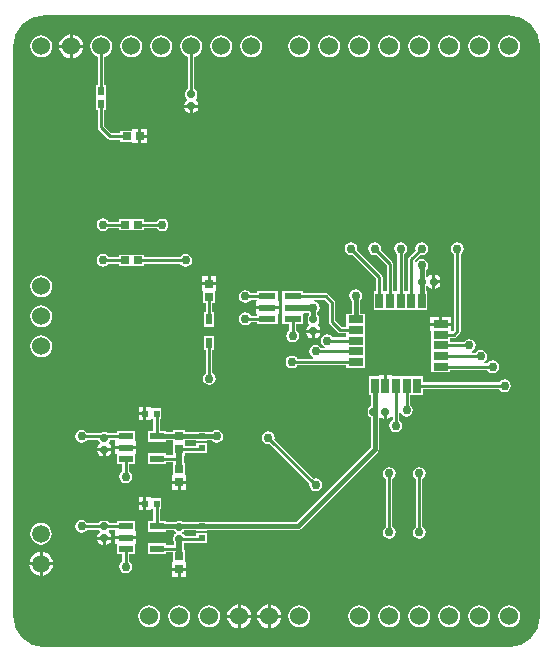
<source format=gtl>
%FSLAX25Y25*%
%MOIN*%
G70*
G01*
G75*
G04 Layer_Physical_Order=1*
G04 Layer_Color=255*
%ADD10R,0.01969X0.02756*%
%ADD11R,0.02953X0.02559*%
%ADD12R,0.02559X0.02953*%
%ADD13R,0.02362X0.01969*%
%ADD14R,0.04803X0.02362*%
%ADD15R,0.02362X0.03543*%
G04:AMPARAMS|DCode=16|XSize=25.59mil|YSize=23.62mil|CornerRadius=5.91mil|HoleSize=0mil|Usage=FLASHONLY|Rotation=0.000|XOffset=0mil|YOffset=0mil|HoleType=Round|Shape=RoundedRectangle|*
%AMROUNDEDRECTD16*
21,1,0.02559,0.01181,0,0,0.0*
21,1,0.01378,0.02362,0,0,0.0*
1,1,0.01181,0.00689,-0.00591*
1,1,0.01181,-0.00689,-0.00591*
1,1,0.01181,-0.00689,0.00591*
1,1,0.01181,0.00689,0.00591*
%
%ADD16ROUNDEDRECTD16*%
%ADD17R,0.01969X0.02362*%
G04:AMPARAMS|DCode=18|XSize=25.59mil|YSize=23.62mil|CornerRadius=5.91mil|HoleSize=0mil|Usage=FLASHONLY|Rotation=270.000|XOffset=0mil|YOffset=0mil|HoleType=Round|Shape=RoundedRectangle|*
%AMROUNDEDRECTD18*
21,1,0.02559,0.01181,0,0,270.0*
21,1,0.01378,0.02362,0,0,270.0*
1,1,0.01181,-0.00591,-0.00689*
1,1,0.01181,-0.00591,0.00689*
1,1,0.01181,0.00591,0.00689*
1,1,0.01181,0.00591,-0.00689*
%
%ADD18ROUNDEDRECTD18*%
%ADD19R,0.05709X0.02165*%
%ADD20R,0.05709X0.02165*%
%ADD21R,0.05000X0.02500*%
%ADD22R,0.02500X0.05000*%
%ADD23C,0.01000*%
%ADD24C,0.01500*%
%ADD25C,0.02000*%
%ADD26C,0.00600*%
%ADD27C,0.06000*%
%ADD28C,0.05906*%
%ADD29C,0.03000*%
G36*
X166960Y209855D02*
X168845Y209283D01*
X170583Y208355D01*
X172105Y207105D01*
X173355Y205583D01*
X174284Y203845D01*
X174855Y201960D01*
X175044Y200048D01*
X175000Y200000D01*
D01*
X175000Y200000D01*
X175048Y10000D01*
X174855Y8040D01*
X174284Y6155D01*
X173355Y4417D01*
X172105Y2895D01*
X170583Y1645D01*
X168845Y716D01*
X166960Y145D01*
X165048Y-44D01*
X165000Y0D01*
Y0D01*
X10000Y-48D01*
X8040Y145D01*
X6155Y716D01*
X4417Y1645D01*
X2895Y2895D01*
X1645Y4417D01*
X716Y6155D01*
X145Y8040D01*
X-44Y9952D01*
X0Y10000D01*
X0D01*
X-48Y200000D01*
X145Y201960D01*
X716Y203845D01*
X1645Y205583D01*
X2895Y207105D01*
X4417Y208355D01*
X6155Y209283D01*
X8040Y209855D01*
X9952Y210044D01*
X10000Y210000D01*
Y210000D01*
X165000Y210048D01*
X166960Y209855D01*
D02*
G37*
%LPC*%
G36*
X125000Y59747D02*
X124181Y59584D01*
X123486Y59120D01*
X123022Y58426D01*
X122859Y57606D01*
X123022Y56787D01*
X123486Y56092D01*
X123878Y55830D01*
Y39761D01*
X123486Y39498D01*
X123022Y38804D01*
X122859Y37984D01*
X123022Y37165D01*
X123486Y36470D01*
X124181Y36006D01*
X125000Y35843D01*
X125819Y36006D01*
X126514Y36470D01*
X126978Y37165D01*
X127141Y37984D01*
X126978Y38804D01*
X126514Y39498D01*
X126122Y39761D01*
Y55830D01*
X126514Y56092D01*
X126978Y56787D01*
X127141Y57606D01*
X126978Y58426D01*
X126514Y59120D01*
X125819Y59584D01*
X125000Y59747D01*
D02*
G37*
G36*
X9000Y41083D02*
X8072Y40961D01*
X7208Y40603D01*
X6466Y40034D01*
X5897Y39292D01*
X5539Y38427D01*
X5417Y37500D01*
X5539Y36573D01*
X5897Y35708D01*
X6466Y34966D01*
X7208Y34397D01*
X8072Y34039D01*
X9000Y33917D01*
X9928Y34039D01*
X10792Y34397D01*
X11534Y34966D01*
X12103Y35708D01*
X12461Y36573D01*
X12583Y37500D01*
X12461Y38427D01*
X12103Y39292D01*
X11534Y40034D01*
X10792Y40603D01*
X9928Y40961D01*
X9000Y41083D01*
D02*
G37*
G36*
X135000Y59747D02*
X134181Y59584D01*
X133486Y59120D01*
X133022Y58426D01*
X132859Y57606D01*
X133022Y56787D01*
X133486Y56092D01*
X133878Y55830D01*
Y39761D01*
X133486Y39498D01*
X133022Y38804D01*
X132859Y37984D01*
X133022Y37165D01*
X133486Y36470D01*
X134181Y36006D01*
X135000Y35843D01*
X135819Y36006D01*
X136514Y36470D01*
X136978Y37165D01*
X137141Y37984D01*
X136978Y38804D01*
X136514Y39498D01*
X136122Y39761D01*
Y55830D01*
X136514Y56092D01*
X136978Y56787D01*
X137141Y57606D01*
X136978Y58426D01*
X136514Y59120D01*
X135819Y59584D01*
X135000Y59747D01*
D02*
G37*
G36*
X43063Y47000D02*
X41579D01*
Y45319D01*
X43063D01*
Y47000D01*
D02*
G37*
G36*
X22500Y42141D02*
X21681Y41978D01*
X20986Y41514D01*
X20522Y40819D01*
X20359Y40000D01*
X20522Y39181D01*
X20986Y38486D01*
X21681Y38022D01*
X22500Y37859D01*
X23319Y38022D01*
X24014Y38486D01*
X24276Y38878D01*
X28234D01*
X28453Y38551D01*
X28496Y38522D01*
Y38022D01*
X28164Y37800D01*
X27813Y37274D01*
X27689Y36654D01*
Y36563D01*
X32311D01*
Y36654D01*
X32187Y37274D01*
X31836Y37800D01*
X31504Y38022D01*
Y38522D01*
X31547Y38551D01*
X31766Y38878D01*
X33784D01*
Y38441D01*
X33784D01*
Y36760D01*
X40587D01*
Y38441D01*
X40187D01*
Y41781D01*
X34183D01*
Y41122D01*
X31766D01*
X31547Y41449D01*
X31154Y41712D01*
X30689Y41804D01*
X29311D01*
X28846Y41712D01*
X28453Y41449D01*
X28234Y41122D01*
X24276D01*
X24014Y41514D01*
X23319Y41978D01*
X22500Y42141D01*
D02*
G37*
G36*
X8500Y31421D02*
X7968Y31351D01*
X7007Y30953D01*
X6181Y30319D01*
X5547Y29493D01*
X5149Y28532D01*
X5079Y28000D01*
X8500D01*
Y31421D01*
D02*
G37*
G36*
X40587Y35760D02*
X33784D01*
Y34079D01*
X34183D01*
Y30739D01*
X36064D01*
Y28276D01*
X35671Y28014D01*
X35207Y27319D01*
X35044Y26500D01*
X35207Y25681D01*
X35671Y24986D01*
X36366Y24522D01*
X37185Y24359D01*
X38004Y24522D01*
X38699Y24986D01*
X39163Y25681D01*
X39326Y26500D01*
X39163Y27319D01*
X38699Y28014D01*
X38307Y28276D01*
Y30739D01*
X40187D01*
Y34079D01*
X40587D01*
Y35760D01*
D02*
G37*
G36*
X9500Y31421D02*
Y28000D01*
X12921D01*
X12851Y28532D01*
X12453Y29493D01*
X11819Y30319D01*
X10993Y30953D01*
X10032Y31351D01*
X9500Y31421D01*
D02*
G37*
G36*
X32311Y35563D02*
X30500D01*
Y33851D01*
X30689D01*
X31310Y33974D01*
X31836Y34326D01*
X32187Y34852D01*
X32311Y35472D01*
Y35563D01*
D02*
G37*
G36*
X29500D02*
X27689D01*
Y35472D01*
X27813Y34852D01*
X28164Y34326D01*
X28690Y33974D01*
X29311Y33851D01*
X29500D01*
Y35563D01*
D02*
G37*
G36*
X43063Y49681D02*
X41579D01*
Y48000D01*
X43063D01*
Y49681D01*
D02*
G37*
G36*
X22500Y72141D02*
X21681Y71978D01*
X20986Y71514D01*
X20522Y70819D01*
X20359Y70000D01*
X20522Y69181D01*
X20986Y68486D01*
X21681Y68022D01*
X22500Y67859D01*
X23319Y68022D01*
X24014Y68486D01*
X24276Y68878D01*
X28097D01*
Y68878D01*
X28190Y68413D01*
X28453Y68020D01*
X28496Y67990D01*
Y67491D01*
X28164Y67269D01*
X27813Y66743D01*
X27689Y66122D01*
Y66031D01*
X32311D01*
Y66122D01*
X32187Y66743D01*
X31836Y67269D01*
X31504Y67491D01*
Y67990D01*
X31547Y68020D01*
X31810Y68413D01*
X31903Y68878D01*
Y68878D01*
X33784D01*
Y68441D01*
X33784D01*
Y66760D01*
X40587D01*
Y68441D01*
X40187D01*
Y71781D01*
X34183D01*
Y71122D01*
X31242D01*
X31154Y71180D01*
X30689Y71273D01*
X29311D01*
X28846Y71180D01*
X28758Y71122D01*
X24276D01*
X24014Y71514D01*
X23319Y71978D01*
X22500Y72141D01*
D02*
G37*
G36*
X32311Y65031D02*
X30500D01*
Y63319D01*
X30689D01*
X31310Y63443D01*
X31836Y63794D01*
X32187Y64320D01*
X32311Y64941D01*
Y65031D01*
D02*
G37*
G36*
X45547Y79681D02*
X44063D01*
Y77500D01*
Y75319D01*
X45547D01*
Y75719D01*
X45916D01*
Y75719D01*
X46378Y75719D01*
Y71781D01*
X44498D01*
Y68219D01*
X50502D01*
Y68624D01*
X53120D01*
Y68099D01*
X53120Y68099D01*
X53120D01*
X53120Y67924D01*
Y67835D01*
Y67746D01*
X53120Y67570D01*
X53120Y67570D01*
X53120D01*
Y63641D01*
X50502D01*
Y64301D01*
X44498D01*
Y60739D01*
X50502D01*
Y61398D01*
X53120D01*
Y61076D01*
X53120D01*
Y57146D01*
X52720D01*
Y55169D01*
X57279D01*
Y57146D01*
X56880D01*
Y61076D01*
X56649D01*
Y63593D01*
X56880D01*
Y64548D01*
X60719D01*
Y64479D01*
X64281D01*
Y67647D01*
X60719D01*
Y66791D01*
X56880D01*
Y67570D01*
X56880Y67570D01*
D01*
D01*
X56880Y67746D01*
Y67768D01*
Y67835D01*
X56880Y67924D01*
D01*
X56880Y68099D01*
X56880Y68099D01*
X56880D01*
Y68624D01*
X60719D01*
Y68416D01*
X64281D01*
Y68624D01*
X65894D01*
X65986Y68486D01*
X66681Y68022D01*
X67500Y67859D01*
X68319Y68022D01*
X69014Y68486D01*
X69478Y69181D01*
X69641Y70000D01*
X69478Y70819D01*
X69014Y71514D01*
X68319Y71978D01*
X67500Y72141D01*
X66681Y71978D01*
X65986Y71514D01*
X65894Y71376D01*
X64281D01*
Y71584D01*
X60719D01*
Y71376D01*
X56880D01*
Y72076D01*
X53120D01*
Y71376D01*
X50502D01*
Y71781D01*
X48622D01*
Y75719D01*
X49084D01*
Y79281D01*
X45916D01*
Y79281D01*
X45901D01*
X45547Y79635D01*
Y79681D01*
D02*
G37*
G36*
X43063D02*
X41579D01*
Y78000D01*
X43063D01*
Y79681D01*
D02*
G37*
G36*
Y77000D02*
X41579D01*
Y75319D01*
X43063D01*
Y77000D01*
D02*
G37*
G36*
X54500Y54169D02*
X52720D01*
Y52193D01*
X54500D01*
Y54169D01*
D02*
G37*
G36*
X84756Y71708D02*
X83937Y71545D01*
X83242Y71081D01*
X82778Y70386D01*
X82615Y69567D01*
X82778Y68748D01*
X83242Y68053D01*
X83937Y67589D01*
X84756Y67426D01*
X85219Y67518D01*
X98455Y54282D01*
X98363Y53819D01*
X98526Y53000D01*
X98990Y52305D01*
X99685Y51841D01*
X100504Y51678D01*
X101323Y51841D01*
X102018Y52305D01*
X102482Y53000D01*
X102645Y53819D01*
X102482Y54638D01*
X102018Y55333D01*
X101323Y55797D01*
X100504Y55960D01*
X100041Y55868D01*
X86805Y69104D01*
X86897Y69567D01*
X86734Y70386D01*
X86270Y71081D01*
X85575Y71545D01*
X84756Y71708D01*
D02*
G37*
G36*
X57279Y54169D02*
X55500D01*
Y52193D01*
X57279D01*
Y54169D01*
D02*
G37*
G36*
X29500Y65031D02*
X27689D01*
Y64941D01*
X27813Y64320D01*
X28164Y63794D01*
X28690Y63443D01*
X29311Y63319D01*
X29500D01*
Y65031D01*
D02*
G37*
G36*
X40587Y65760D02*
X33784D01*
Y64079D01*
X34183D01*
Y60739D01*
X36064D01*
Y58276D01*
X35671Y58014D01*
X35207Y57319D01*
X35044Y56500D01*
X35207Y55681D01*
X35671Y54986D01*
X36366Y54522D01*
X37185Y54359D01*
X38004Y54522D01*
X38699Y54986D01*
X39163Y55681D01*
X39326Y56500D01*
X39163Y57319D01*
X38699Y58014D01*
X38307Y58276D01*
Y60739D01*
X40187D01*
Y64079D01*
X40587D01*
Y65760D01*
D02*
G37*
G36*
X12921Y27000D02*
X9500D01*
Y23579D01*
X10032Y23649D01*
X10993Y24047D01*
X11819Y24681D01*
X12453Y25507D01*
X12851Y26468D01*
X12921Y27000D01*
D02*
G37*
G36*
X65000Y13631D02*
X64060Y13507D01*
X63184Y13145D01*
X62432Y12567D01*
X61855Y11816D01*
X61493Y10940D01*
X61369Y10000D01*
X61493Y9060D01*
X61855Y8185D01*
X62432Y7433D01*
X63184Y6855D01*
X64060Y6493D01*
X65000Y6369D01*
X65940Y6493D01*
X66816Y6855D01*
X67568Y7433D01*
X68145Y8185D01*
X68507Y9060D01*
X68631Y10000D01*
X68507Y10940D01*
X68145Y11816D01*
X67568Y12567D01*
X66816Y13145D01*
X65940Y13507D01*
X65000Y13631D01*
D02*
G37*
G36*
X55000D02*
X54060Y13507D01*
X53184Y13145D01*
X52432Y12567D01*
X51855Y11816D01*
X51493Y10940D01*
X51369Y10000D01*
X51493Y9060D01*
X51855Y8185D01*
X52432Y7433D01*
X53184Y6855D01*
X54060Y6493D01*
X55000Y6369D01*
X55940Y6493D01*
X56815Y6855D01*
X57568Y7433D01*
X58145Y8185D01*
X58507Y9060D01*
X58631Y10000D01*
X58507Y10940D01*
X58145Y11816D01*
X57568Y12567D01*
X56815Y13145D01*
X55940Y13507D01*
X55000Y13631D01*
D02*
G37*
G36*
X95000D02*
X94060Y13507D01*
X93185Y13145D01*
X92432Y12567D01*
X91855Y11816D01*
X91493Y10940D01*
X91369Y10000D01*
X91493Y9060D01*
X91855Y8185D01*
X92432Y7433D01*
X93185Y6855D01*
X94060Y6493D01*
X95000Y6369D01*
X95940Y6493D01*
X96816Y6855D01*
X97568Y7433D01*
X98145Y8185D01*
X98507Y9060D01*
X98631Y10000D01*
X98507Y10940D01*
X98145Y11816D01*
X97568Y12567D01*
X96816Y13145D01*
X95940Y13507D01*
X95000Y13631D01*
D02*
G37*
G36*
X125000D02*
X124060Y13507D01*
X123185Y13145D01*
X122432Y12567D01*
X121855Y11816D01*
X121493Y10940D01*
X121369Y10000D01*
X121493Y9060D01*
X121855Y8185D01*
X122432Y7433D01*
X123185Y6855D01*
X124060Y6493D01*
X125000Y6369D01*
X125940Y6493D01*
X126815Y6855D01*
X127568Y7433D01*
X128145Y8185D01*
X128507Y9060D01*
X128631Y10000D01*
X128507Y10940D01*
X128145Y11816D01*
X127568Y12567D01*
X126815Y13145D01*
X125940Y13507D01*
X125000Y13631D01*
D02*
G37*
G36*
X115000D02*
X114060Y13507D01*
X113184Y13145D01*
X112432Y12567D01*
X111855Y11816D01*
X111493Y10940D01*
X111369Y10000D01*
X111493Y9060D01*
X111855Y8185D01*
X112432Y7433D01*
X113184Y6855D01*
X114060Y6493D01*
X115000Y6369D01*
X115940Y6493D01*
X116815Y6855D01*
X117568Y7433D01*
X118145Y8185D01*
X118507Y9060D01*
X118631Y10000D01*
X118507Y10940D01*
X118145Y11816D01*
X117568Y12567D01*
X116815Y13145D01*
X115940Y13507D01*
X115000Y13631D01*
D02*
G37*
G36*
X78969Y9500D02*
X75500D01*
Y6031D01*
X76044Y6103D01*
X77017Y6506D01*
X77853Y7147D01*
X78494Y7983D01*
X78897Y8956D01*
X78969Y9500D01*
D02*
G37*
G36*
X74500D02*
X71031D01*
X71103Y8956D01*
X71506Y7983D01*
X72147Y7147D01*
X72983Y6506D01*
X73956Y6103D01*
X74500Y6031D01*
Y9500D01*
D02*
G37*
G36*
X84500D02*
X81031D01*
X81103Y8956D01*
X81506Y7983D01*
X82147Y7147D01*
X82983Y6506D01*
X83956Y6103D01*
X84500Y6031D01*
Y9500D01*
D02*
G37*
G36*
X45000Y13631D02*
X44060Y13507D01*
X43185Y13145D01*
X42432Y12567D01*
X41855Y11816D01*
X41493Y10940D01*
X41369Y10000D01*
X41493Y9060D01*
X41855Y8185D01*
X42432Y7433D01*
X43185Y6855D01*
X44060Y6493D01*
X45000Y6369D01*
X45940Y6493D01*
X46815Y6855D01*
X47567Y7433D01*
X48145Y8185D01*
X48507Y9060D01*
X48631Y10000D01*
X48507Y10940D01*
X48145Y11816D01*
X47567Y12567D01*
X46815Y13145D01*
X45940Y13507D01*
X45000Y13631D01*
D02*
G37*
G36*
X88969Y9500D02*
X85500D01*
Y6031D01*
X86044Y6103D01*
X87017Y6506D01*
X87853Y7147D01*
X88494Y7983D01*
X88897Y8956D01*
X88969Y9500D01*
D02*
G37*
G36*
X135000Y13631D02*
X134060Y13507D01*
X133185Y13145D01*
X132432Y12567D01*
X131855Y11816D01*
X131493Y10940D01*
X131369Y10000D01*
X131493Y9060D01*
X131855Y8185D01*
X132432Y7433D01*
X133185Y6855D01*
X134060Y6493D01*
X135000Y6369D01*
X135940Y6493D01*
X136816Y6855D01*
X137568Y7433D01*
X138145Y8185D01*
X138507Y9060D01*
X138631Y10000D01*
X138507Y10940D01*
X138145Y11816D01*
X137568Y12567D01*
X136816Y13145D01*
X135940Y13507D01*
X135000Y13631D01*
D02*
G37*
G36*
X85500Y13969D02*
Y10500D01*
X88969D01*
X88897Y11044D01*
X88494Y12017D01*
X87853Y12853D01*
X87017Y13494D01*
X86044Y13897D01*
X85500Y13969D01*
D02*
G37*
G36*
X84500D02*
X83956Y13897D01*
X82983Y13494D01*
X82147Y12853D01*
X81506Y12017D01*
X81103Y11044D01*
X81031Y10500D01*
X84500D01*
Y13969D01*
D02*
G37*
G36*
X54500Y25169D02*
X52720D01*
Y23193D01*
X54500D01*
Y25169D01*
D02*
G37*
G36*
X8500Y27000D02*
X5079D01*
X5149Y26468D01*
X5547Y25507D01*
X6181Y24681D01*
X7007Y24047D01*
X7968Y23649D01*
X8500Y23579D01*
Y27000D01*
D02*
G37*
G36*
X57279Y25169D02*
X55500D01*
Y23193D01*
X57279D01*
Y25169D01*
D02*
G37*
G36*
X155000Y13631D02*
X154060Y13507D01*
X153184Y13145D01*
X152432Y12567D01*
X151855Y11816D01*
X151493Y10940D01*
X151369Y10000D01*
X151493Y9060D01*
X151855Y8185D01*
X152432Y7433D01*
X153184Y6855D01*
X154060Y6493D01*
X155000Y6369D01*
X155940Y6493D01*
X156816Y6855D01*
X157568Y7433D01*
X158145Y8185D01*
X158507Y9060D01*
X158631Y10000D01*
X158507Y10940D01*
X158145Y11816D01*
X157568Y12567D01*
X156816Y13145D01*
X155940Y13507D01*
X155000Y13631D01*
D02*
G37*
G36*
X145000D02*
X144060Y13507D01*
X143184Y13145D01*
X142432Y12567D01*
X141855Y11816D01*
X141493Y10940D01*
X141369Y10000D01*
X141493Y9060D01*
X141855Y8185D01*
X142432Y7433D01*
X143184Y6855D01*
X144060Y6493D01*
X145000Y6369D01*
X145940Y6493D01*
X146816Y6855D01*
X147568Y7433D01*
X148145Y8185D01*
X148507Y9060D01*
X148631Y10000D01*
X148507Y10940D01*
X148145Y11816D01*
X147568Y12567D01*
X146816Y13145D01*
X145940Y13507D01*
X145000Y13631D01*
D02*
G37*
G36*
X165000D02*
X164060Y13507D01*
X163184Y13145D01*
X162432Y12567D01*
X161855Y11816D01*
X161493Y10940D01*
X161369Y10000D01*
X161493Y9060D01*
X161855Y8185D01*
X162432Y7433D01*
X163184Y6855D01*
X164060Y6493D01*
X165000Y6369D01*
X165940Y6493D01*
X166815Y6855D01*
X167568Y7433D01*
X168145Y8185D01*
X168507Y9060D01*
X168631Y10000D01*
X168507Y10940D01*
X168145Y11816D01*
X167568Y12567D01*
X166815Y13145D01*
X165940Y13507D01*
X165000Y13631D01*
D02*
G37*
G36*
X75500Y13969D02*
Y10500D01*
X78969D01*
X78897Y11044D01*
X78494Y12017D01*
X77853Y12853D01*
X77017Y13494D01*
X76044Y13897D01*
X75500Y13969D01*
D02*
G37*
G36*
X74500D02*
X73956Y13897D01*
X72983Y13494D01*
X72147Y12853D01*
X71506Y12017D01*
X71103Y11044D01*
X71031Y10500D01*
X74500D01*
Y13969D01*
D02*
G37*
G36*
X125982Y90390D02*
X124232D01*
Y86890D01*
X123232D01*
Y90390D01*
X121482D01*
Y89990D01*
X118339D01*
Y83790D01*
X118813D01*
Y80053D01*
X118740Y80039D01*
X118346Y79776D01*
X118083Y79382D01*
X117991Y78917D01*
Y77539D01*
X118083Y77075D01*
X118346Y76681D01*
X118740Y76418D01*
X118813Y76403D01*
Y66200D01*
X93989Y41376D01*
X64281D01*
Y41584D01*
X60719D01*
Y41376D01*
X56361D01*
X56154Y41515D01*
X55689Y41608D01*
X54311D01*
X53847Y41515D01*
X53639Y41376D01*
X50502D01*
Y41781D01*
X48622D01*
Y45719D01*
X49084D01*
Y49281D01*
X45916D01*
Y49281D01*
X45901D01*
X45547Y49635D01*
Y49681D01*
X44063D01*
Y47500D01*
Y45319D01*
X45547D01*
Y45719D01*
X45916D01*
Y45719D01*
X46378Y45719D01*
Y41781D01*
X44498D01*
Y38219D01*
X50502D01*
Y38624D01*
X53273D01*
X53453Y38354D01*
X53847Y38091D01*
X53879Y38085D01*
Y37585D01*
X53847Y37578D01*
X53453Y37315D01*
X53189Y36921D01*
X53097Y36457D01*
Y35276D01*
X53189Y34811D01*
X53351Y34570D01*
Y33641D01*
X50502D01*
Y34301D01*
X44498D01*
Y30739D01*
X50502D01*
Y31398D01*
X53120D01*
Y28146D01*
X52720D01*
Y26169D01*
X57279D01*
Y28146D01*
X56880D01*
Y32076D01*
X56649D01*
Y34548D01*
X60719D01*
Y34479D01*
X64281D01*
Y37647D01*
X60719D01*
Y36791D01*
X56836D01*
X56810Y36921D01*
X56547Y37315D01*
X56154Y37578D01*
X56121Y37585D01*
Y38085D01*
X56154Y38091D01*
X56547Y38354D01*
X56727Y38624D01*
X60719D01*
Y38416D01*
X64281D01*
Y38624D01*
X94559D01*
X95086Y38728D01*
X95532Y39027D01*
X121162Y64657D01*
X121162Y64657D01*
X121461Y65103D01*
X121565Y65630D01*
Y76106D01*
X121892Y76324D01*
X122006Y76385D01*
X122521Y76041D01*
X123142Y75918D01*
X123232D01*
Y78228D01*
X124232D01*
Y75918D01*
X124323D01*
X124943Y76041D01*
X125470Y76393D01*
X125676Y76701D01*
X126154Y76556D01*
Y75280D01*
X125762Y75018D01*
X125297Y74323D01*
X125134Y73504D01*
X125297Y72685D01*
X125762Y71990D01*
X126456Y71526D01*
X127276Y71363D01*
X128095Y71526D01*
X128790Y71990D01*
X129254Y72685D01*
X129417Y73504D01*
X129254Y74323D01*
X128790Y75018D01*
X128397Y75280D01*
Y77605D01*
X128876Y77750D01*
X129305Y77108D01*
X129999Y76644D01*
X130819Y76481D01*
X131638Y76644D01*
X132333Y77108D01*
X132797Y77803D01*
X132960Y78622D01*
X132797Y79441D01*
X132333Y80136D01*
X131940Y80398D01*
Y83790D01*
X136212D01*
Y85768D01*
X161720D01*
X161982Y85376D01*
X162677Y84912D01*
X163496Y84749D01*
X164315Y84912D01*
X165010Y85376D01*
X165474Y86070D01*
X165637Y86890D01*
X165474Y87709D01*
X165010Y88404D01*
X164315Y88868D01*
X163496Y89031D01*
X162677Y88868D01*
X161982Y88404D01*
X161720Y88011D01*
X136212D01*
Y89990D01*
X125982D01*
Y90390D01*
D02*
G37*
G36*
X9000Y203631D02*
X8060Y203507D01*
X7185Y203145D01*
X6432Y202568D01*
X5855Y201816D01*
X5493Y200940D01*
X5369Y200000D01*
X5493Y199060D01*
X5855Y198185D01*
X6432Y197432D01*
X7185Y196855D01*
X8060Y196493D01*
X9000Y196369D01*
X9940Y196493D01*
X10815Y196855D01*
X11568Y197432D01*
X12145Y198185D01*
X12507Y199060D01*
X12631Y200000D01*
X12507Y200940D01*
X12145Y201816D01*
X11568Y202568D01*
X10815Y203145D01*
X9940Y203507D01*
X9000Y203631D01*
D02*
G37*
G36*
X22969Y199500D02*
X19500D01*
Y196031D01*
X20044Y196103D01*
X21017Y196506D01*
X21853Y197147D01*
X22494Y197983D01*
X22897Y198956D01*
X22969Y199500D01*
D02*
G37*
G36*
X39000Y203631D02*
X38060Y203507D01*
X37185Y203145D01*
X36432Y202568D01*
X35855Y201816D01*
X35493Y200940D01*
X35369Y200000D01*
X35493Y199060D01*
X35855Y198185D01*
X36432Y197432D01*
X37185Y196855D01*
X38060Y196493D01*
X39000Y196369D01*
X39940Y196493D01*
X40815Y196855D01*
X41568Y197432D01*
X42145Y198185D01*
X42507Y199060D01*
X42631Y200000D01*
X42507Y200940D01*
X42145Y201816D01*
X41568Y202568D01*
X40815Y203145D01*
X39940Y203507D01*
X39000Y203631D01*
D02*
G37*
G36*
X69000D02*
X68060Y203507D01*
X67185Y203145D01*
X66432Y202568D01*
X65855Y201816D01*
X65493Y200940D01*
X65369Y200000D01*
X65493Y199060D01*
X65855Y198185D01*
X66432Y197432D01*
X67185Y196855D01*
X68060Y196493D01*
X69000Y196369D01*
X69940Y196493D01*
X70815Y196855D01*
X71568Y197432D01*
X72145Y198185D01*
X72507Y199060D01*
X72631Y200000D01*
X72507Y200940D01*
X72145Y201816D01*
X71568Y202568D01*
X70815Y203145D01*
X69940Y203507D01*
X69000Y203631D01*
D02*
G37*
G36*
X49000D02*
X48060Y203507D01*
X47185Y203145D01*
X46433Y202568D01*
X45855Y201816D01*
X45493Y200940D01*
X45369Y200000D01*
X45493Y199060D01*
X45855Y198185D01*
X46433Y197432D01*
X47185Y196855D01*
X48060Y196493D01*
X49000Y196369D01*
X49940Y196493D01*
X50815Y196855D01*
X51568Y197432D01*
X52145Y198185D01*
X52507Y199060D01*
X52631Y200000D01*
X52507Y200940D01*
X52145Y201816D01*
X51568Y202568D01*
X50815Y203145D01*
X49940Y203507D01*
X49000Y203631D01*
D02*
G37*
G36*
X18500Y199500D02*
X15031D01*
X15103Y198956D01*
X15506Y197983D01*
X16147Y197147D01*
X16983Y196506D01*
X17956Y196103D01*
X18500Y196031D01*
Y199500D01*
D02*
G37*
G36*
X58500Y179532D02*
X56689D01*
Y179441D01*
X56813Y178820D01*
X57164Y178294D01*
X57690Y177943D01*
X58311Y177819D01*
X58500D01*
Y179532D01*
D02*
G37*
G36*
X44307Y172280D02*
X42331D01*
Y170500D01*
X44307D01*
Y172280D01*
D02*
G37*
G36*
X61311Y179532D02*
X59500D01*
Y177819D01*
X59689D01*
X60310Y177943D01*
X60836Y178294D01*
X61187Y178820D01*
X61311Y179441D01*
Y179532D01*
D02*
G37*
G36*
X29000Y203631D02*
X28060Y203507D01*
X27185Y203145D01*
X26432Y202568D01*
X25855Y201816D01*
X25493Y200940D01*
X25369Y200000D01*
X25493Y199060D01*
X25855Y198185D01*
X26432Y197432D01*
X27185Y196855D01*
X27878Y196568D01*
Y186978D01*
X27416D01*
Y183022D01*
X27416Y183022D01*
X27416Y182647D01*
X27416D01*
Y178691D01*
X27878D01*
Y173000D01*
X27878Y173000D01*
X27964Y172571D01*
X28207Y172207D01*
X31207Y169207D01*
X31571Y168964D01*
X32000Y168878D01*
X32000Y168878D01*
X35424D01*
Y168121D01*
X39354D01*
Y167720D01*
X41331D01*
Y170000D01*
Y172280D01*
X39354D01*
Y171879D01*
X35424D01*
Y171122D01*
X32465D01*
X30122Y173465D01*
Y178691D01*
X30584D01*
Y182647D01*
D01*
Y182647D01*
X30584Y182647D01*
Y183022D01*
X30584D01*
Y186978D01*
X30122D01*
Y196568D01*
X30816Y196855D01*
X31567Y197432D01*
X32145Y198185D01*
X32507Y199060D01*
X32631Y200000D01*
X32507Y200940D01*
X32145Y201816D01*
X31567Y202568D01*
X30816Y203145D01*
X29940Y203507D01*
X29000Y203631D01*
D02*
G37*
G36*
X59000D02*
X58060Y203507D01*
X57184Y203145D01*
X56432Y202568D01*
X55855Y201816D01*
X55493Y200940D01*
X55369Y200000D01*
X55493Y199060D01*
X55855Y198185D01*
X56432Y197432D01*
X57184Y196855D01*
X57878Y196568D01*
Y185687D01*
X57846Y185680D01*
X57453Y185417D01*
X57190Y185024D01*
X57097Y184559D01*
Y183378D01*
X57190Y182913D01*
X57453Y182520D01*
X57496Y182491D01*
Y181991D01*
X57164Y181769D01*
X56813Y181243D01*
X56689Y180622D01*
Y180532D01*
X61311D01*
Y180622D01*
X61187Y181243D01*
X60836Y181769D01*
X60504Y181991D01*
Y182491D01*
X60547Y182520D01*
X60811Y182913D01*
X60903Y183378D01*
Y184559D01*
X60811Y185024D01*
X60547Y185417D01*
X60154Y185680D01*
X60122Y185687D01*
Y196568D01*
X60816Y196855D01*
X61568Y197432D01*
X62145Y198185D01*
X62507Y199060D01*
X62631Y200000D01*
X62507Y200940D01*
X62145Y201816D01*
X61568Y202568D01*
X60816Y203145D01*
X59940Y203507D01*
X59000Y203631D01*
D02*
G37*
G36*
X155000D02*
X154060Y203507D01*
X153184Y203145D01*
X152432Y202568D01*
X151855Y201816D01*
X151493Y200940D01*
X151369Y200000D01*
X151493Y199060D01*
X151855Y198185D01*
X152432Y197432D01*
X153184Y196855D01*
X154060Y196493D01*
X155000Y196369D01*
X155940Y196493D01*
X156816Y196855D01*
X157568Y197432D01*
X158145Y198185D01*
X158507Y199060D01*
X158631Y200000D01*
X158507Y200940D01*
X158145Y201816D01*
X157568Y202568D01*
X156816Y203145D01*
X155940Y203507D01*
X155000Y203631D01*
D02*
G37*
G36*
X145000D02*
X144060Y203507D01*
X143184Y203145D01*
X142432Y202568D01*
X141855Y201816D01*
X141493Y200940D01*
X141369Y200000D01*
X141493Y199060D01*
X141855Y198185D01*
X142432Y197432D01*
X143184Y196855D01*
X144060Y196493D01*
X145000Y196369D01*
X145940Y196493D01*
X146816Y196855D01*
X147568Y197432D01*
X148145Y198185D01*
X148507Y199060D01*
X148631Y200000D01*
X148507Y200940D01*
X148145Y201816D01*
X147568Y202568D01*
X146816Y203145D01*
X145940Y203507D01*
X145000Y203631D01*
D02*
G37*
G36*
X165000D02*
X164060Y203507D01*
X163184Y203145D01*
X162432Y202568D01*
X161855Y201816D01*
X161493Y200940D01*
X161369Y200000D01*
X161493Y199060D01*
X161855Y198185D01*
X162432Y197432D01*
X163184Y196855D01*
X164060Y196493D01*
X165000Y196369D01*
X165940Y196493D01*
X166815Y196855D01*
X167568Y197432D01*
X168145Y198185D01*
X168507Y199060D01*
X168631Y200000D01*
X168507Y200940D01*
X168145Y201816D01*
X167568Y202568D01*
X166815Y203145D01*
X165940Y203507D01*
X165000Y203631D01*
D02*
G37*
G36*
X19500Y203969D02*
Y200500D01*
X22969D01*
X22897Y201044D01*
X22494Y202017D01*
X21853Y202853D01*
X21017Y203494D01*
X20044Y203897D01*
X19500Y203969D01*
D02*
G37*
G36*
X18500D02*
X17956Y203897D01*
X16983Y203494D01*
X16147Y202853D01*
X15506Y202017D01*
X15103Y201044D01*
X15031Y200500D01*
X18500D01*
Y203969D01*
D02*
G37*
G36*
X135000Y203631D02*
X134060Y203507D01*
X133185Y203145D01*
X132432Y202568D01*
X131855Y201816D01*
X131493Y200940D01*
X131369Y200000D01*
X131493Y199060D01*
X131855Y198185D01*
X132432Y197432D01*
X133185Y196855D01*
X134060Y196493D01*
X135000Y196369D01*
X135940Y196493D01*
X136816Y196855D01*
X137568Y197432D01*
X138145Y198185D01*
X138507Y199060D01*
X138631Y200000D01*
X138507Y200940D01*
X138145Y201816D01*
X137568Y202568D01*
X136816Y203145D01*
X135940Y203507D01*
X135000Y203631D01*
D02*
G37*
G36*
X95000D02*
X94060Y203507D01*
X93185Y203145D01*
X92432Y202568D01*
X91855Y201816D01*
X91493Y200940D01*
X91369Y200000D01*
X91493Y199060D01*
X91855Y198185D01*
X92432Y197432D01*
X93185Y196855D01*
X94060Y196493D01*
X95000Y196369D01*
X95940Y196493D01*
X96816Y196855D01*
X97568Y197432D01*
X98145Y198185D01*
X98507Y199060D01*
X98631Y200000D01*
X98507Y200940D01*
X98145Y201816D01*
X97568Y202568D01*
X96816Y203145D01*
X95940Y203507D01*
X95000Y203631D01*
D02*
G37*
G36*
X79000D02*
X78060Y203507D01*
X77184Y203145D01*
X76432Y202568D01*
X75855Y201816D01*
X75493Y200940D01*
X75369Y200000D01*
X75493Y199060D01*
X75855Y198185D01*
X76432Y197432D01*
X77184Y196855D01*
X78060Y196493D01*
X79000Y196369D01*
X79940Y196493D01*
X80816Y196855D01*
X81568Y197432D01*
X82145Y198185D01*
X82507Y199060D01*
X82631Y200000D01*
X82507Y200940D01*
X82145Y201816D01*
X81568Y202568D01*
X80816Y203145D01*
X79940Y203507D01*
X79000Y203631D01*
D02*
G37*
G36*
X105000D02*
X104060Y203507D01*
X103184Y203145D01*
X102432Y202568D01*
X101855Y201816D01*
X101493Y200940D01*
X101369Y200000D01*
X101493Y199060D01*
X101855Y198185D01*
X102432Y197432D01*
X103184Y196855D01*
X104060Y196493D01*
X105000Y196369D01*
X105940Y196493D01*
X106816Y196855D01*
X107568Y197432D01*
X108145Y198185D01*
X108507Y199060D01*
X108631Y200000D01*
X108507Y200940D01*
X108145Y201816D01*
X107568Y202568D01*
X106816Y203145D01*
X105940Y203507D01*
X105000Y203631D01*
D02*
G37*
G36*
X125000D02*
X124060Y203507D01*
X123185Y203145D01*
X122432Y202568D01*
X121855Y201816D01*
X121493Y200940D01*
X121369Y200000D01*
X121493Y199060D01*
X121855Y198185D01*
X122432Y197432D01*
X123185Y196855D01*
X124060Y196493D01*
X125000Y196369D01*
X125940Y196493D01*
X126815Y196855D01*
X127568Y197432D01*
X128145Y198185D01*
X128507Y199060D01*
X128631Y200000D01*
X128507Y200940D01*
X128145Y201816D01*
X127568Y202568D01*
X126815Y203145D01*
X125940Y203507D01*
X125000Y203631D01*
D02*
G37*
G36*
X115000D02*
X114060Y203507D01*
X113184Y203145D01*
X112432Y202568D01*
X111855Y201816D01*
X111493Y200940D01*
X111369Y200000D01*
X111493Y199060D01*
X111855Y198185D01*
X112432Y197432D01*
X113184Y196855D01*
X114060Y196493D01*
X115000Y196369D01*
X115940Y196493D01*
X116815Y196855D01*
X117568Y197432D01*
X118145Y198185D01*
X118507Y199060D01*
X118631Y200000D01*
X118507Y200940D01*
X118145Y201816D01*
X117568Y202568D01*
X116815Y203145D01*
X115940Y203507D01*
X115000Y203631D01*
D02*
G37*
G36*
X44307Y169500D02*
X42331D01*
Y167720D01*
X44307D01*
Y169500D01*
D02*
G37*
G36*
X113890Y118952D02*
X113070Y118789D01*
X112376Y118325D01*
X111912Y117630D01*
X111749Y116811D01*
X111912Y115992D01*
X112376Y115297D01*
X112513Y115205D01*
Y110787D01*
X110790D01*
Y107087D01*
Y106515D01*
X109236D01*
X107137Y108614D01*
Y114449D01*
X107137Y114449D01*
X107052Y114878D01*
X106809Y115242D01*
X106809Y115242D01*
X104643Y117407D01*
X104280Y117650D01*
X103850Y117736D01*
X103850Y117736D01*
X96380D01*
Y118297D01*
X89471D01*
Y114931D01*
X89471Y114931D01*
X89471Y114557D01*
X89471D01*
Y111191D01*
X89471D01*
X89471Y111131D01*
X89471Y111191D01*
Y111191D01*
X89471Y110817D01*
X89471D01*
Y107451D01*
X91804D01*
Y105201D01*
X91411Y104939D01*
X90947Y104245D01*
X90784Y103425D01*
X90947Y102606D01*
X91411Y101911D01*
X92106Y101447D01*
X92925Y101284D01*
X93745Y101447D01*
X94439Y101911D01*
X94903Y102606D01*
X95066Y103425D01*
X94903Y104245D01*
X94439Y104939D01*
X94047Y105201D01*
Y107451D01*
X96380D01*
Y110817D01*
D01*
Y110817D01*
X96380Y110817D01*
Y110889D01*
X96733Y111243D01*
X98340D01*
Y110500D01*
X98169Y110386D01*
X97906Y109992D01*
X97814Y109528D01*
Y108346D01*
X97906Y107882D01*
X98169Y107488D01*
X98213Y107459D01*
Y106959D01*
X97881Y106737D01*
X97529Y106211D01*
X97406Y105591D01*
Y105500D01*
X102027D01*
Y105591D01*
X101904Y106211D01*
X101552Y106737D01*
X101220Y106959D01*
Y107459D01*
X101264Y107488D01*
X101527Y107882D01*
X101619Y108346D01*
Y109528D01*
X101527Y109992D01*
X101264Y110386D01*
X101093Y110500D01*
Y111268D01*
X101231Y111360D01*
X101695Y112055D01*
X101858Y112874D01*
X101695Y113693D01*
X101231Y114388D01*
X100536Y114852D01*
X99818Y114995D01*
X99840Y115219D01*
X99858Y115404D01*
X99939Y115493D01*
X103386D01*
X104894Y113984D01*
Y108150D01*
X104894Y108150D01*
X104980Y107720D01*
X105223Y107357D01*
X107979Y104601D01*
X108343Y104358D01*
X108772Y104272D01*
X108772Y104272D01*
X110790D01*
Y103544D01*
Y102972D01*
X106217D01*
X105955Y103364D01*
X105260Y103829D01*
X104441Y103991D01*
X103622Y103829D01*
X102927Y103364D01*
X102463Y102670D01*
X102300Y101850D01*
X102463Y101031D01*
X102927Y100336D01*
X103569Y99907D01*
X103424Y99429D01*
X102280D01*
X102018Y99821D01*
X101323Y100285D01*
X100504Y100448D01*
X99685Y100285D01*
X98990Y99821D01*
X98526Y99126D01*
X98363Y98307D01*
X98526Y97488D01*
X98990Y96793D01*
X99632Y96364D01*
X99487Y95885D01*
X94406D01*
X94144Y96278D01*
X93449Y96742D01*
X92630Y96905D01*
X91811Y96742D01*
X91116Y96278D01*
X90652Y95583D01*
X90489Y94764D01*
X90652Y93944D01*
X91116Y93250D01*
X91811Y92786D01*
X92630Y92623D01*
X93449Y92786D01*
X94144Y93250D01*
X94406Y93642D01*
X110790D01*
Y92914D01*
X116990D01*
Y96457D01*
Y100000D01*
Y103544D01*
Y107087D01*
Y110787D01*
X115266D01*
Y115205D01*
X115404Y115297D01*
X115868Y115992D01*
X116031Y116811D01*
X115868Y117630D01*
X115404Y118325D01*
X114709Y118789D01*
X113890Y118952D01*
D02*
G37*
G36*
X9000Y113631D02*
X8060Y113507D01*
X7185Y113145D01*
X6432Y112568D01*
X5855Y111816D01*
X5493Y110940D01*
X5369Y110000D01*
X5493Y109060D01*
X5855Y108185D01*
X6432Y107432D01*
X7185Y106855D01*
X8060Y106493D01*
X9000Y106369D01*
X9940Y106493D01*
X10815Y106855D01*
X11568Y107432D01*
X12145Y108185D01*
X12507Y109060D01*
X12631Y110000D01*
X12507Y110940D01*
X12145Y111816D01*
X11568Y112568D01*
X10815Y113145D01*
X9940Y113507D01*
X9000Y113631D01*
D02*
G37*
G36*
X67279Y120331D02*
X62721D01*
Y118354D01*
X63121D01*
Y114424D01*
X63878D01*
Y111309D01*
X63219D01*
Y106565D01*
X66781D01*
Y111309D01*
X66122D01*
Y114424D01*
X66879D01*
Y118354D01*
X67279D01*
Y120331D01*
D02*
G37*
G36*
X145736Y109612D02*
X142736D01*
Y107862D01*
X145736D01*
Y109612D01*
D02*
G37*
G36*
X141736D02*
X138736D01*
Y107862D01*
X141736D01*
Y109612D01*
D02*
G37*
G36*
X9000Y103631D02*
X8060Y103507D01*
X7185Y103145D01*
X6432Y102568D01*
X5855Y101815D01*
X5493Y100940D01*
X5369Y100000D01*
X5493Y99060D01*
X5855Y98185D01*
X6432Y97432D01*
X7185Y96855D01*
X8060Y96493D01*
X9000Y96369D01*
X9940Y96493D01*
X10815Y96855D01*
X11568Y97432D01*
X12145Y98185D01*
X12507Y99060D01*
X12631Y100000D01*
X12507Y100940D01*
X12145Y101815D01*
X11568Y102568D01*
X10815Y103145D01*
X9940Y103507D01*
X9000Y103631D01*
D02*
G37*
G36*
X66781Y103435D02*
X63219D01*
Y98691D01*
X63878D01*
Y90981D01*
X63557Y90766D01*
X63093Y90071D01*
X62930Y89252D01*
X63093Y88433D01*
X63557Y87738D01*
X64252Y87274D01*
X65071Y87111D01*
X65890Y87274D01*
X66585Y87738D01*
X67049Y88433D01*
X67212Y89252D01*
X67049Y90071D01*
X66585Y90766D01*
X66122Y91076D01*
Y98691D01*
X66781D01*
Y103435D01*
D02*
G37*
G36*
X99217Y104500D02*
X97406D01*
Y104409D01*
X97529Y103789D01*
X97881Y103263D01*
X98407Y102911D01*
X99028Y102788D01*
X99217D01*
Y104500D01*
D02*
G37*
G36*
X147748Y134700D02*
X146929Y134537D01*
X146234Y134073D01*
X145770Y133378D01*
X145607Y132559D01*
X145770Y131740D01*
X146234Y131045D01*
X146626Y130783D01*
Y105465D01*
X146198Y105036D01*
X145736Y105228D01*
Y106862D01*
X138736D01*
Y105112D01*
X139136D01*
Y101969D01*
Y98426D01*
Y94882D01*
Y91339D01*
X145336D01*
Y92067D01*
X157783D01*
X158045Y91675D01*
X158740Y91211D01*
X159559Y91048D01*
X160378Y91211D01*
X161073Y91675D01*
X161537Y92370D01*
X161700Y93189D01*
X161537Y94008D01*
X161073Y94703D01*
X160378Y95167D01*
X159559Y95330D01*
X158740Y95167D01*
X158045Y94703D01*
X157783Y94310D01*
X156639D01*
X156494Y94789D01*
X157136Y95218D01*
X157600Y95913D01*
X157763Y96732D01*
X157600Y97552D01*
X157136Y98246D01*
X156441Y98711D01*
X155622Y98873D01*
X154803Y98711D01*
X154108Y98246D01*
X153846Y97854D01*
X152702D01*
X152557Y98332D01*
X153199Y98762D01*
X153663Y99456D01*
X153826Y100276D01*
X153663Y101095D01*
X153199Y101790D01*
X152504Y102254D01*
X151685Y102417D01*
X150866Y102254D01*
X150171Y101790D01*
X149909Y101397D01*
X145336D01*
Y101969D01*
Y102697D01*
X146567D01*
X146567Y102697D01*
X146996Y102783D01*
X147360Y103026D01*
X148541Y104207D01*
X148541Y104207D01*
X148784Y104571D01*
X148870Y105000D01*
Y130783D01*
X149262Y131045D01*
X149726Y131740D01*
X149889Y132559D01*
X149726Y133378D01*
X149262Y134073D01*
X148567Y134537D01*
X147748Y134700D01*
D02*
G37*
G36*
X102027Y104500D02*
X100216D01*
Y102788D01*
X100406D01*
X101026Y102911D01*
X101552Y103263D01*
X101904Y103789D01*
X102027Y104409D01*
Y104500D01*
D02*
G37*
G36*
X88315Y112374D02*
X80606D01*
Y110791D01*
X81006D01*
Y110255D01*
X78855D01*
X78593Y110648D01*
X77898Y111112D01*
X77079Y111275D01*
X76259Y111112D01*
X75565Y110648D01*
X75101Y109953D01*
X74938Y109134D01*
X75101Y108315D01*
X75565Y107620D01*
X76259Y107156D01*
X77079Y106993D01*
X77898Y107156D01*
X78593Y107620D01*
X78855Y108012D01*
X81006D01*
Y107451D01*
X87915D01*
Y110791D01*
X88315D01*
Y112374D01*
D02*
G37*
G36*
X67279Y123307D02*
X65500D01*
Y121331D01*
X67279D01*
Y123307D01*
D02*
G37*
G36*
X64500D02*
X62721D01*
Y121331D01*
X64500D01*
Y123307D01*
D02*
G37*
G36*
X140465Y123846D02*
X140374D01*
Y122035D01*
X142086D01*
Y122224D01*
X141963Y122845D01*
X141611Y123371D01*
X141085Y123723D01*
X140465Y123846D01*
D02*
G37*
G36*
X29638Y142645D02*
X28818Y142482D01*
X28124Y142018D01*
X27660Y141323D01*
X27497Y140504D01*
X27660Y139685D01*
X28124Y138990D01*
X28818Y138526D01*
X29638Y138363D01*
X30457Y138526D01*
X31152Y138990D01*
X31367Y139312D01*
X34845D01*
Y138624D01*
X38822D01*
X38822Y138624D01*
Y138624D01*
X38998Y138624D01*
X39087D01*
X39176D01*
X39351Y138624D01*
X39351Y138624D01*
Y138624D01*
X43328D01*
Y139312D01*
X47547D01*
X47809Y138919D01*
X48503Y138455D01*
X49323Y138292D01*
X50142Y138455D01*
X50837Y138919D01*
X51301Y139614D01*
X51464Y140433D01*
X51301Y141252D01*
X50837Y141947D01*
X50142Y142411D01*
X49323Y142574D01*
X48503Y142411D01*
X47809Y141947D01*
X47547Y141555D01*
X43328D01*
Y142384D01*
X39351D01*
X39351Y142384D01*
Y142384D01*
X39176Y142384D01*
X39087D01*
X38998D01*
X38822Y142384D01*
X38822Y142384D01*
Y142384D01*
X34845D01*
Y141555D01*
X31461D01*
X31152Y142018D01*
X30457Y142482D01*
X29638Y142645D01*
D02*
G37*
G36*
X57197Y130763D02*
X56378Y130600D01*
X55683Y130136D01*
X55421Y129744D01*
X43328D01*
Y130502D01*
X39351D01*
X39351Y130502D01*
Y130502D01*
X39176Y130502D01*
X39087D01*
X38998D01*
X38822Y130502D01*
X38822Y130502D01*
Y130502D01*
X34845D01*
Y129744D01*
X31414D01*
X31152Y130136D01*
X30457Y130600D01*
X29638Y130763D01*
X28818Y130600D01*
X28124Y130136D01*
X27660Y129441D01*
X27497Y128622D01*
X27660Y127803D01*
X28124Y127108D01*
X28818Y126644D01*
X29638Y126481D01*
X30457Y126644D01*
X31152Y127108D01*
X31414Y127500D01*
X34845D01*
Y126742D01*
X38822D01*
X38822Y126742D01*
Y126742D01*
X38998Y126742D01*
X39087D01*
X39176D01*
X39351Y126742D01*
X39351Y126742D01*
Y126742D01*
X43328D01*
Y127500D01*
X55421D01*
X55683Y127108D01*
X56378Y126644D01*
X57197Y126481D01*
X58016Y126644D01*
X58711Y127108D01*
X59175Y127803D01*
X59338Y128622D01*
X59175Y129441D01*
X58711Y130136D01*
X58016Y130600D01*
X57197Y130763D01*
D02*
G37*
G36*
X9000Y123631D02*
X8060Y123507D01*
X7185Y123145D01*
X6432Y122568D01*
X5855Y121816D01*
X5493Y120940D01*
X5369Y120000D01*
X5493Y119060D01*
X5855Y118184D01*
X6432Y117432D01*
X7185Y116855D01*
X8060Y116493D01*
X9000Y116369D01*
X9940Y116493D01*
X10815Y116855D01*
X11568Y117432D01*
X12145Y118184D01*
X12507Y119060D01*
X12631Y120000D01*
X12507Y120940D01*
X12145Y121816D01*
X11568Y122568D01*
X10815Y123145D01*
X9940Y123507D01*
X9000Y123631D01*
D02*
G37*
G36*
X77079Y118755D02*
X76259Y118592D01*
X75565Y118128D01*
X75101Y117434D01*
X74938Y116614D01*
X75101Y115795D01*
X75565Y115100D01*
X76259Y114636D01*
X77079Y114473D01*
X77898Y114636D01*
X78593Y115100D01*
X78855Y115493D01*
X81006D01*
Y114957D01*
X80606D01*
Y113374D01*
X88315D01*
Y114957D01*
X87915D01*
Y118297D01*
X81006D01*
Y117736D01*
X78855D01*
X78593Y118128D01*
X77898Y118592D01*
X77079Y118755D01*
D02*
G37*
G36*
X135937Y134700D02*
X135118Y134537D01*
X134423Y134073D01*
X133959Y133378D01*
X133796Y132559D01*
X133888Y132096D01*
X131601Y129809D01*
X131358Y129445D01*
X131272Y129016D01*
X131272Y129016D01*
Y118336D01*
X129972D01*
Y130783D01*
X130364Y131045D01*
X130828Y131740D01*
X130991Y132559D01*
X130828Y133378D01*
X130364Y134073D01*
X129670Y134537D01*
X128850Y134700D01*
X128031Y134537D01*
X127336Y134073D01*
X126872Y133378D01*
X126709Y132559D01*
X126872Y131740D01*
X127336Y131045D01*
X127729Y130783D01*
Y118336D01*
X126429D01*
Y127441D01*
X126429Y127441D01*
X126343Y127870D01*
X126100Y128234D01*
X122238Y132096D01*
X122330Y132559D01*
X122167Y133378D01*
X121703Y134073D01*
X121008Y134537D01*
X120189Y134700D01*
X119370Y134537D01*
X118675Y134073D01*
X118211Y133378D01*
X118048Y132559D01*
X118211Y131740D01*
X118675Y131045D01*
X119370Y130581D01*
X120189Y130418D01*
X120652Y130510D01*
X124186Y126976D01*
Y118336D01*
X122885D01*
Y123110D01*
X122800Y123539D01*
X122557Y123903D01*
X122557Y123903D01*
X114364Y132096D01*
X114456Y132559D01*
X114293Y133378D01*
X113829Y134073D01*
X113134Y134537D01*
X112315Y134700D01*
X111496Y134537D01*
X110801Y134073D01*
X110337Y133378D01*
X110174Y132559D01*
X110337Y131740D01*
X110801Y131045D01*
X111496Y130581D01*
X112315Y130418D01*
X112778Y130510D01*
X120642Y122646D01*
Y118336D01*
X119914D01*
Y112136D01*
X137787D01*
Y118336D01*
X137313D01*
Y119940D01*
X137386Y119988D01*
X137415Y120032D01*
X137915D01*
X138137Y119700D01*
X138663Y119348D01*
X139284Y119225D01*
X139374D01*
Y121535D01*
Y123846D01*
X139284D01*
X138663Y123723D01*
X138137Y123371D01*
X137915Y123039D01*
X137415D01*
X137386Y123083D01*
X137313Y123131D01*
Y125441D01*
X137451Y125533D01*
X137915Y126228D01*
X138078Y127047D01*
X137915Y127867D01*
X137451Y128561D01*
X136756Y129025D01*
X135937Y129188D01*
X135118Y129025D01*
X134423Y128561D01*
X133994Y127919D01*
X133515Y128064D01*
Y128551D01*
X135474Y130510D01*
X135937Y130418D01*
X136756Y130581D01*
X137451Y131045D01*
X137915Y131740D01*
X138078Y132559D01*
X137915Y133378D01*
X137451Y134073D01*
X136756Y134537D01*
X135937Y134700D01*
D02*
G37*
G36*
X142086Y121035D02*
X140374D01*
Y119225D01*
X140465D01*
X141085Y119348D01*
X141611Y119700D01*
X141963Y120226D01*
X142086Y120846D01*
Y121035D01*
D02*
G37*
%LPD*%
G36*
X56000Y59000D02*
X54000D01*
Y65500D01*
X56000D01*
Y59000D01*
D02*
G37*
G36*
Y29000D02*
X54000D01*
Y35500D01*
X56000D01*
Y29000D01*
D02*
G37*
D10*
X29000Y185000D02*
D03*
Y180669D02*
D03*
D11*
X37500Y170000D02*
D03*
X41831D02*
D03*
X36921Y128622D02*
D03*
X41252D02*
D03*
X36921Y140504D02*
D03*
X41252D02*
D03*
D12*
X55000Y70000D02*
D03*
Y65669D02*
D03*
Y59000D02*
D03*
Y54669D02*
D03*
Y30000D02*
D03*
Y25669D02*
D03*
X65000Y116500D02*
D03*
Y120831D02*
D03*
D13*
X62500Y70000D02*
D03*
Y66063D02*
D03*
Y40000D02*
D03*
Y36063D02*
D03*
D14*
X37185Y70000D02*
D03*
Y66260D02*
D03*
Y62520D02*
D03*
X47500D02*
D03*
Y70000D02*
D03*
X37185Y40000D02*
D03*
Y36260D02*
D03*
Y32520D02*
D03*
X47500D02*
D03*
Y40000D02*
D03*
D15*
X65000Y108937D02*
D03*
Y101063D02*
D03*
D16*
X55000Y35866D02*
D03*
Y39803D02*
D03*
X30000Y40000D02*
D03*
Y36063D02*
D03*
Y69468D02*
D03*
Y65531D02*
D03*
X59000Y180032D02*
D03*
Y183968D02*
D03*
X99717Y108937D02*
D03*
Y105000D02*
D03*
D17*
X47500Y77500D02*
D03*
X43563D02*
D03*
Y47500D02*
D03*
X47500D02*
D03*
D18*
X119795Y78228D02*
D03*
X123732D02*
D03*
X135937Y121535D02*
D03*
X139874D02*
D03*
D19*
X84461Y116614D02*
D03*
D20*
X84461Y112874D02*
D03*
Y109134D02*
D03*
X92925D02*
D03*
X92925Y112874D02*
D03*
Y116614D02*
D03*
D21*
X113890Y108937D02*
D03*
Y105394D02*
D03*
Y101850D02*
D03*
Y98307D02*
D03*
Y94764D02*
D03*
X142236Y93189D02*
D03*
Y96732D02*
D03*
Y100276D02*
D03*
Y103819D02*
D03*
Y107362D02*
D03*
D22*
X120189Y86890D02*
D03*
X123732D02*
D03*
X127276D02*
D03*
X130819D02*
D03*
X134362D02*
D03*
X135937Y115236D02*
D03*
X132394D02*
D03*
X128850D02*
D03*
X125307D02*
D03*
X121764D02*
D03*
D23*
X28772Y140433D02*
X36921D01*
X28772D02*
X28842Y140504D01*
X29638D01*
Y128622D02*
X36921D01*
X41437D02*
X57197D01*
X41272Y140433D02*
X49323D01*
X22500Y70000D02*
X37185D01*
Y56500D02*
Y62520D01*
X47500Y70000D02*
Y77500D01*
X62106Y65669D02*
X62500Y66063D01*
X55000Y65669D02*
X62106D01*
X47500Y62520D02*
X55000D01*
X47500Y32520D02*
X55000D01*
Y35669D02*
X62106D01*
X62500Y36063D01*
X47500Y40000D02*
Y47500D01*
X37185Y26500D02*
Y32520D01*
X22500Y40000D02*
X37185D01*
X65000Y108937D02*
Y116500D01*
X32000Y170000D02*
X37500D01*
X29000Y173000D02*
X32000Y170000D01*
X29000Y173000D02*
Y180669D01*
Y185000D02*
Y200000D01*
X100504Y98307D02*
X113890D01*
X92630Y94764D02*
X113890D01*
X77079Y109134D02*
X84461D01*
X77079Y116614D02*
X84461D01*
X121764Y115236D02*
Y123110D01*
X125307Y115236D02*
Y127441D01*
X128850Y115236D02*
Y132559D01*
X132394Y115236D02*
Y129016D01*
X112315Y132559D02*
X121764Y123110D01*
X120189Y132559D02*
X125307Y127441D01*
X132394Y129016D02*
X135937Y132559D01*
X142236Y100276D02*
X151685D01*
X142236Y96732D02*
X155622D01*
X142236Y103819D02*
X146567D01*
X147748Y105000D01*
Y132559D01*
X142236Y93189D02*
X159559D01*
X134362Y86890D02*
X163496D01*
X163496Y86890D01*
X127276Y73504D02*
Y86890D01*
X130819Y78622D02*
Y86890D01*
X135000Y37984D02*
Y57606D01*
X125000Y37984D02*
Y57606D01*
X59000Y183968D02*
Y200000D01*
X65000Y89252D02*
Y101063D01*
X84756Y69567D02*
X100504Y53819D01*
X92925Y103425D02*
Y109134D01*
X104441Y101850D02*
X113890D01*
X108772Y105394D02*
X113890D01*
X106016Y108150D02*
X108772Y105394D01*
X92925Y116614D02*
X103850D01*
X106016Y114449D01*
Y108150D02*
Y114449D01*
D24*
X47500Y70000D02*
X67500D01*
X94559Y40000D02*
X120189Y65630D01*
X47500Y40000D02*
X94559D01*
X120189Y65630D02*
Y86890D01*
X135937Y115236D02*
Y127047D01*
X99717Y108937D02*
Y112874D01*
X113890Y108937D02*
Y116811D01*
D25*
X92925Y112874D02*
X99717D01*
D26*
X10000Y210000D02*
G03*
X0Y200000I0J-10000D01*
G01*
X165000Y0D02*
G03*
X175000Y10000I0J10000D01*
G01*
X175000Y200000D02*
G03*
X165000Y210000I-10000J0D01*
G01*
X0Y10000D02*
G03*
X10000Y0I10000J0D01*
G01*
X165000D01*
X10000Y210000D02*
X165000D01*
X175000Y10000D02*
Y200000D01*
X0Y10000D02*
Y200000D01*
D27*
X45000Y10000D02*
D03*
X55000D02*
D03*
X65000D02*
D03*
X75000D02*
D03*
X85000D02*
D03*
X95000D02*
D03*
X79000Y200000D02*
D03*
X69000D02*
D03*
X59000D02*
D03*
X49000D02*
D03*
X39000D02*
D03*
X29000D02*
D03*
X19000D02*
D03*
X9000D02*
D03*
X165000D02*
D03*
X155000D02*
D03*
X145000D02*
D03*
X135000D02*
D03*
X125000D02*
D03*
X115000D02*
D03*
X105000D02*
D03*
X95000D02*
D03*
X115000Y10000D02*
D03*
X125000D02*
D03*
X135000D02*
D03*
X145000D02*
D03*
X155000D02*
D03*
X165000D02*
D03*
X9000Y120000D02*
D03*
Y110000D02*
D03*
Y100000D02*
D03*
D28*
Y37500D02*
D03*
Y27500D02*
D03*
D29*
X49323Y140433D02*
D03*
X57197Y128622D02*
D03*
X29638Y140504D02*
D03*
Y128622D02*
D03*
X37185Y56500D02*
D03*
X22500Y70000D02*
D03*
Y40000D02*
D03*
X37185Y26500D02*
D03*
X65071Y89252D02*
D03*
X67500Y70000D02*
D03*
X92630Y94764D02*
D03*
X100504Y98307D02*
D03*
X99717Y112874D02*
D03*
X77079Y109134D02*
D03*
X77079Y116614D02*
D03*
X112315Y132559D02*
D03*
X120189D02*
D03*
X128850D02*
D03*
X135937D02*
D03*
X151685Y100276D02*
D03*
X147748Y132559D02*
D03*
X155622Y96732D02*
D03*
X159559Y93189D02*
D03*
X163496Y86890D02*
D03*
X130819Y78622D02*
D03*
X127276Y73504D02*
D03*
X135000Y37984D02*
D03*
X125000D02*
D03*
X135000Y57606D02*
D03*
X125000D02*
D03*
X84756Y69567D02*
D03*
X100504Y53819D02*
D03*
X135937Y127047D02*
D03*
X104441Y101850D02*
D03*
X92925Y103425D02*
D03*
X113890Y116811D02*
D03*
M02*

</source>
